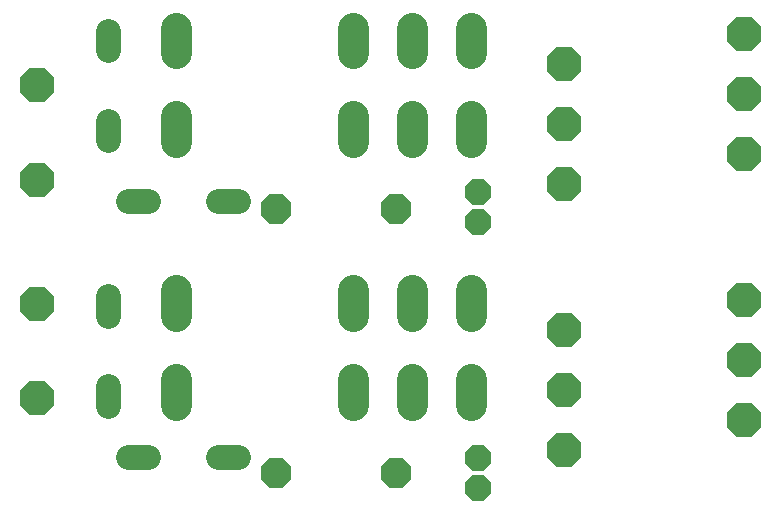
<source format=gts>
G75*
%MOIN*%
%OFA0B0*%
%FSLAX24Y24*%
%IPPOS*%
%LPD*%
%AMOC8*
5,1,8,0,0,1.08239X$1,22.5*
%
%ADD10C,0.0820*%
%ADD11OC8,0.1020*%
%ADD12OC8,0.0860*%
%ADD13OC8,0.1160*%
%ADD14C,0.1020*%
D10*
X007008Y004693D02*
X007668Y004693D01*
X006358Y006406D02*
X006358Y007066D01*
X006358Y009406D02*
X006358Y010066D01*
X007008Y013256D02*
X007668Y013256D01*
X010008Y013256D02*
X010668Y013256D01*
X006358Y015264D02*
X006358Y015924D01*
X006358Y018264D02*
X006358Y018924D01*
X010008Y004693D02*
X010668Y004693D01*
D11*
X011956Y004161D03*
X015956Y004161D03*
X015956Y012960D03*
X011956Y012960D03*
D12*
X018681Y012539D03*
X018681Y013539D03*
X018681Y004681D03*
X018681Y003681D03*
D13*
X021539Y004952D03*
X021539Y006952D03*
X021539Y008952D03*
X027539Y007952D03*
X027539Y005952D03*
X027539Y009952D03*
X021539Y013811D03*
X021539Y015811D03*
X021539Y017811D03*
X027539Y018811D03*
X027539Y016811D03*
X027539Y014811D03*
X003996Y013944D03*
X003996Y017094D03*
X003996Y009811D03*
X003996Y006661D03*
D14*
X008606Y006454D02*
X008606Y007314D01*
X008606Y009404D02*
X008606Y010264D01*
X014516Y010264D02*
X014516Y009404D01*
X016476Y009404D02*
X016476Y010264D01*
X018446Y010264D02*
X018446Y009404D01*
X018446Y007314D02*
X018446Y006454D01*
X016476Y006454D02*
X016476Y007314D01*
X014516Y007314D02*
X014516Y006454D01*
X014516Y015214D02*
X014516Y016074D01*
X016476Y016074D02*
X016476Y015214D01*
X018446Y015214D02*
X018446Y016074D01*
X018446Y018164D02*
X018446Y019024D01*
X016476Y019024D02*
X016476Y018164D01*
X014516Y018164D02*
X014516Y019024D01*
X008606Y019024D02*
X008606Y018164D01*
X008606Y016074D02*
X008606Y015214D01*
M02*

</source>
